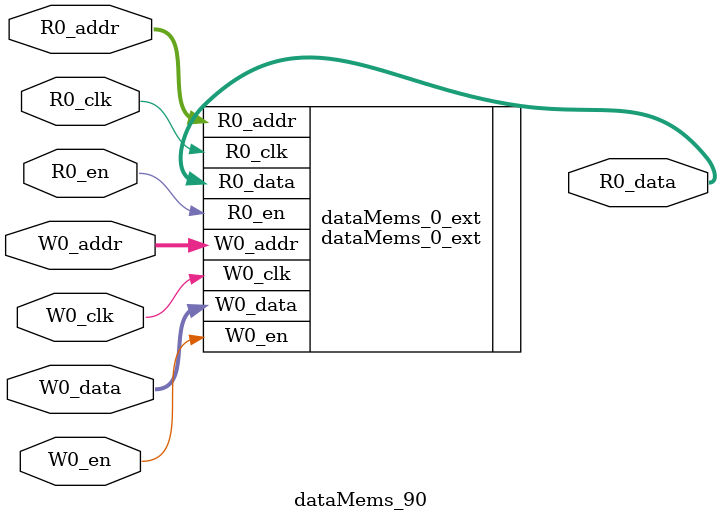
<source format=sv>
`ifndef RANDOMIZE
  `ifdef RANDOMIZE_REG_INIT
    `define RANDOMIZE
  `endif // RANDOMIZE_REG_INIT
`endif // not def RANDOMIZE
`ifndef RANDOMIZE
  `ifdef RANDOMIZE_MEM_INIT
    `define RANDOMIZE
  `endif // RANDOMIZE_MEM_INIT
`endif // not def RANDOMIZE

`ifndef RANDOM
  `define RANDOM $random
`endif // not def RANDOM

// Users can define 'PRINTF_COND' to add an extra gate to prints.
`ifndef PRINTF_COND_
  `ifdef PRINTF_COND
    `define PRINTF_COND_ (`PRINTF_COND)
  `else  // PRINTF_COND
    `define PRINTF_COND_ 1
  `endif // PRINTF_COND
`endif // not def PRINTF_COND_

// Users can define 'ASSERT_VERBOSE_COND' to add an extra gate to assert error printing.
`ifndef ASSERT_VERBOSE_COND_
  `ifdef ASSERT_VERBOSE_COND
    `define ASSERT_VERBOSE_COND_ (`ASSERT_VERBOSE_COND)
  `else  // ASSERT_VERBOSE_COND
    `define ASSERT_VERBOSE_COND_ 1
  `endif // ASSERT_VERBOSE_COND
`endif // not def ASSERT_VERBOSE_COND_

// Users can define 'STOP_COND' to add an extra gate to stop conditions.
`ifndef STOP_COND_
  `ifdef STOP_COND
    `define STOP_COND_ (`STOP_COND)
  `else  // STOP_COND
    `define STOP_COND_ 1
  `endif // STOP_COND
`endif // not def STOP_COND_

// Users can define INIT_RANDOM as general code that gets injected into the
// initializer block for modules with registers.
`ifndef INIT_RANDOM
  `define INIT_RANDOM
`endif // not def INIT_RANDOM

// If using random initialization, you can also define RANDOMIZE_DELAY to
// customize the delay used, otherwise 0.002 is used.
`ifndef RANDOMIZE_DELAY
  `define RANDOMIZE_DELAY 0.002
`endif // not def RANDOMIZE_DELAY

// Define INIT_RANDOM_PROLOG_ for use in our modules below.
`ifndef INIT_RANDOM_PROLOG_
  `ifdef RANDOMIZE
    `ifdef VERILATOR
      `define INIT_RANDOM_PROLOG_ `INIT_RANDOM
    `else  // VERILATOR
      `define INIT_RANDOM_PROLOG_ `INIT_RANDOM #`RANDOMIZE_DELAY begin end
    `endif // VERILATOR
  `else  // RANDOMIZE
    `define INIT_RANDOM_PROLOG_
  `endif // RANDOMIZE
`endif // not def INIT_RANDOM_PROLOG_

// Include register initializers in init blocks unless synthesis is set
`ifndef SYNTHESIS
  `ifndef ENABLE_INITIAL_REG_
    `define ENABLE_INITIAL_REG_
  `endif // not def ENABLE_INITIAL_REG_
`endif // not def SYNTHESIS

// Include rmemory initializers in init blocks unless synthesis is set
`ifndef SYNTHESIS
  `ifndef ENABLE_INITIAL_MEM_
    `define ENABLE_INITIAL_MEM_
  `endif // not def ENABLE_INITIAL_MEM_
`endif // not def SYNTHESIS

module dataMems_90(	// @[generators/ara/src/main/scala/UnsafeAXI4ToTL.scala:365:62]
  input  [4:0]   R0_addr,
  input          R0_en,
  input          R0_clk,
  output [130:0] R0_data,
  input  [4:0]   W0_addr,
  input          W0_en,
  input          W0_clk,
  input  [130:0] W0_data
);

  dataMems_0_ext dataMems_0_ext (	// @[generators/ara/src/main/scala/UnsafeAXI4ToTL.scala:365:62]
    .R0_addr (R0_addr),
    .R0_en   (R0_en),
    .R0_clk  (R0_clk),
    .R0_data (R0_data),
    .W0_addr (W0_addr),
    .W0_en   (W0_en),
    .W0_clk  (W0_clk),
    .W0_data (W0_data)
  );
endmodule


</source>
